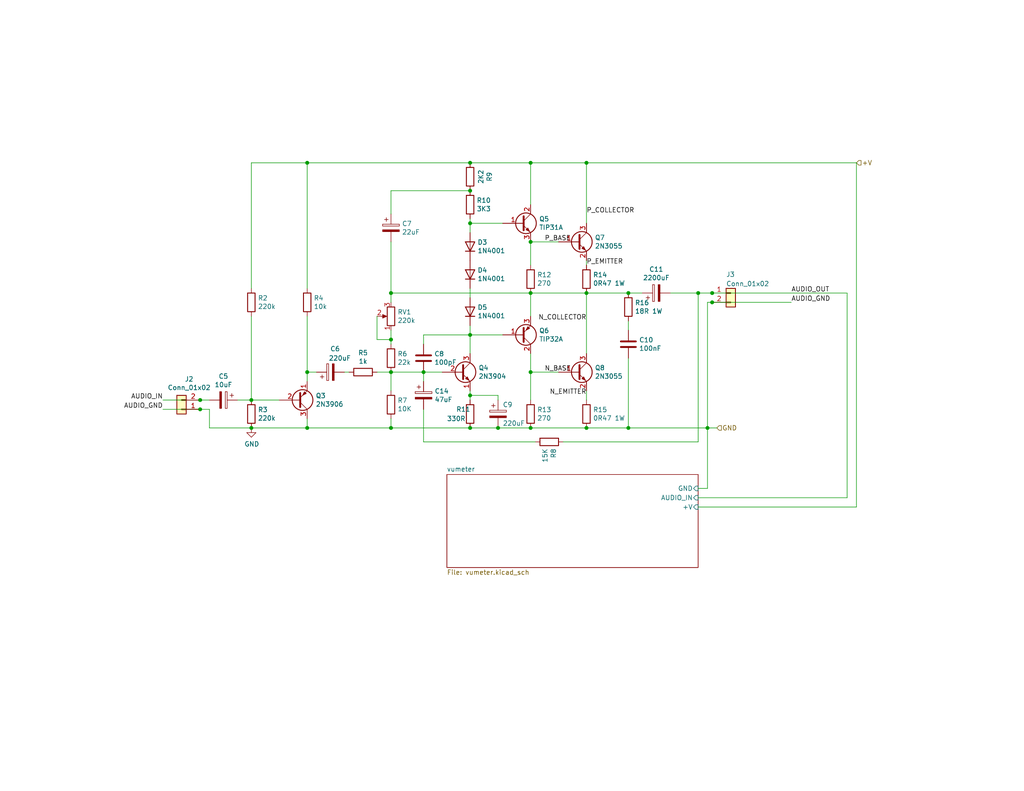
<source format=kicad_sch>
(kicad_sch (version 20230121) (generator eeschema)
  (paper "USLetter")
  (title_block (title "EL CHEAPO") (date "2021-01-05") (rev "0.1") (company "JDC") (comment 1 "Author: John Convertino"))
  (lib_symbols
    (symbol "Connector_Generic:Conn_01x02" (pin_names (offset 1.016) hide)
      (property "Reference" "J" (at 0 2.54 0))
      (property "Value" "Conn_01x02" (at 0 -5.08 0))
      (symbol "Conn_01x02_1_1"
        (rectangle (start -1.27 -2.413) (end 0 -2.667) (stroke (width 0.1524)))
        (rectangle (start -1.27 0.127) (end 0 -0.127) (stroke (width 0.1524)))
        (rectangle (start -1.27 1.27) (end 1.27 -3.81) (stroke (width 0.254)) (fill (type background)))
        (pin passive line (at -5.08 0 0) (length 3.81) (name "Pin_1") (number "1"))
        (pin passive line (at -5.08 -2.54 0) (length 3.81) (name "Pin_2") (number "2"))
      )
    )
    (symbol "Device:C" (pin_numbers hide) (pin_names (offset 0.254))
      (property "Reference" "C" (at 0.635 2.54 0))
      (property "Value" "C" (at 0.635 -2.54 0))
      (symbol "C_0_1"
        (polyline (pts (xy -2.032 -0.762) (xy 2.032 -0.762)) (stroke (width 0.508)))
        (polyline (pts (xy -2.032 0.762) (xy 2.032 0.762)) (stroke (width 0.508)))
      )
      (symbol "C_1_1"
        (pin passive line (at 0 3.81 270) (length 2.794) (name "~") (number "1"))
        (pin passive line (at 0 -3.81 90) (length 2.794) (name "~") (number "2"))
      )
    )
    (symbol "Device:D" (pin_numbers hide) (pin_names (offset 1.016) hide)
      (property "Reference" "D" (at 0 2.54 0))
      (property "Value" "D" (at 0 -2.54 0))
      (symbol "D_0_1"
        (polyline (pts (xy -1.27 1.27) (xy -1.27 -1.27)) (stroke (width 0.254)))
        (polyline (pts (xy 1.27 0) (xy -1.27 0)))
        (polyline (pts (xy 1.27 1.27) (xy 1.27 -1.27) (xy -1.27 0) (xy 1.27 1.27)) (stroke (width 0.254)))
      )
      (symbol "D_1_1"
        (pin passive line (at -3.81 0 0) (length 2.54) (name "K") (number "1"))
        (pin passive line (at 3.81 0 180) (length 2.54) (name "A") (number "2"))
      )
    )
    (symbol "Device:R" (pin_numbers hide) (pin_names (offset 0))
      (property "Reference" "R" (at 2.032 0 90))
      (property "Value" "R" (at 0 0 90))
      (symbol "R_0_1"
        (rectangle (start -1.016 -2.54) (end 1.016 2.54) (stroke (width 0.254)))
      )
      (symbol "R_1_1"
        (pin passive line (at 0 3.81 270) (length 1.27) (name "~") (number "1"))
        (pin passive line (at 0 -3.81 90) (length 1.27) (name "~") (number "2"))
      )
    )
    (symbol "Transistor_BJT:2N3055" (pin_names (offset 0) hide)
      (property "Reference" "Q" (at 5.08 1.905 0))
      (property "Value" "2N3055" (at 5.08 0 0))
      (symbol "2N3055_0_1"
        (polyline (pts (xy 0.635 0.635) (xy 2.54 2.54)))
        (polyline (pts (xy 0.635 -0.635) (xy 2.54 -2.54) (xy 2.54 -2.54)))
        (polyline (pts (xy 0.635 1.905) (xy 0.635 -1.905) (xy 0.635 -1.905)) (stroke (width 0.508)))
        (polyline (pts (xy 1.27 -1.778) (xy 1.778 -1.27) (xy 2.286 -2.286) (xy 1.27 -1.778) (xy 1.27 -1.778)) (fill (type outline)))
        (circle (center 1.27 0) (radius 2.8194) (stroke (width 0.254)))
      )
      (symbol "2N3055_1_1"
        (pin input line (at -5.08 0 0) (length 5.715) (name "B") (number "1"))
        (pin passive line (at 2.54 -5.08 90) (length 2.54) (name "E") (number "2"))
        (pin passive line (at 2.54 5.08 270) (length 2.54) (name "C") (number "3"))
      )
    )
    (symbol "Transistor_BJT:2N3904" (pin_names (offset 0) hide)
      (property "Reference" "Q" (at 5.08 1.905 0))
      (property "Value" "2N3904" (at 5.08 0 0))
      (symbol "2N3904_0_1"
        (polyline (pts (xy 0.635 0.635) (xy 2.54 2.54)))
        (polyline (pts (xy 0.635 -0.635) (xy 2.54 -2.54) (xy 2.54 -2.54)))
        (polyline (pts (xy 0.635 1.905) (xy 0.635 -1.905) (xy 0.635 -1.905)) (stroke (width 0.508)))
        (polyline (pts (xy 1.27 -1.778) (xy 1.778 -1.27) (xy 2.286 -2.286) (xy 1.27 -1.778) (xy 1.27 -1.778)) (fill (type outline)))
        (circle (center 1.27 0) (radius 2.8194) (stroke (width 0.254)))
      )
      (symbol "2N3904_1_1"
        (pin passive line (at 2.54 -5.08 90) (length 2.54) (name "E") (number "1"))
        (pin passive line (at -5.08 0 0) (length 5.715) (name "B") (number "2"))
        (pin passive line (at 2.54 5.08 270) (length 2.54) (name "C") (number "3"))
      )
    )
    (symbol "Transistor_BJT:2N3906" (pin_names (offset 0) hide)
      (property "Reference" "Q" (at 5.08 1.905 0))
      (property "Value" "2N3906" (at 5.08 0 0))
      (symbol "2N3906_0_1"
        (polyline (pts (xy 0.635 0.635) (xy 2.54 2.54)))
        (polyline (pts (xy 0.635 -0.635) (xy 2.54 -2.54) (xy 2.54 -2.54)))
        (polyline (pts (xy 0.635 1.905) (xy 0.635 -1.905) (xy 0.635 -1.905)) (stroke (width 0.508)))
        (polyline (pts (xy 2.286 -1.778) (xy 1.778 -2.286) (xy 1.27 -1.27) (xy 2.286 -1.778) (xy 2.286 -1.778)) (fill (type outline)))
        (circle (center 1.27 0) (radius 2.8194) (stroke (width 0.254)))
      )
      (symbol "2N3906_1_1"
        (pin passive line (at 2.54 -5.08 90) (length 2.54) (name "E") (number "1"))
        (pin input line (at -5.08 0 0) (length 5.715) (name "B") (number "2"))
        (pin passive line (at 2.54 5.08 270) (length 2.54) (name "C") (number "3"))
      )
    )
    (symbol "Transistor_BJT:TIP41C" (pin_names (offset 0) hide)
      (property "Reference" "Q" (at 6.35 1.905 0))
      (property "Value" "TIP41C" (at 6.35 0 0))
      (symbol "TIP41C_0_1"
        (polyline (pts (xy 0.635 0.635) (xy 2.54 2.54)))
        (polyline (pts (xy 0.635 -0.635) (xy 2.54 -2.54) (xy 2.54 -2.54)))
        (polyline (pts (xy 0.635 1.905) (xy 0.635 -1.905) (xy 0.635 -1.905)) (stroke (width 0.508)))
        (polyline (pts (xy 1.27 -1.778) (xy 1.778 -1.27) (xy 2.286 -2.286) (xy 1.27 -1.778) (xy 1.27 -1.778)) (fill (type outline)))
        (circle (center 1.27 0) (radius 2.8194) (stroke (width 0.254)))
      )
      (symbol "TIP41C_1_1"
        (pin input line (at -5.08 0 0) (length 5.715) (name "B") (number "1"))
        (pin passive line (at 2.54 5.08 270) (length 2.54) (name "C") (number "2"))
        (pin passive line (at 2.54 -5.08 90) (length 2.54) (name "E") (number "3"))
      )
    )
    (symbol "Transistor_BJT:TIP42C" (pin_names (offset 0) hide)
      (property "Reference" "Q" (at 6.35 1.905 0))
      (property "Value" "TIP42C" (at 6.35 0 0))
      (symbol "TIP42C_0_1"
        (polyline (pts (xy 0.635 0.635) (xy 2.54 2.54)))
        (polyline (pts (xy 0.635 -0.635) (xy 2.54 -2.54) (xy 2.54 -2.54)))
        (polyline (pts (xy 0.635 1.905) (xy 0.635 -1.905) (xy 0.635 -1.905)) (stroke (width 0.508)))
        (polyline (pts (xy 2.286 -1.778) (xy 1.778 -2.286) (xy 1.27 -1.27) (xy 2.286 -1.778) (xy 2.286 -1.778)) (fill (type outline)))
        (circle (center 1.27 0) (radius 2.8194) (stroke (width 0.254)))
      )
      (symbol "TIP42C_1_1"
        (pin input line (at -5.08 0 0) (length 5.715) (name "B") (number "1"))
        (pin passive line (at 2.54 5.08 270) (length 2.54) (name "C") (number "2"))
        (pin passive line (at 2.54 -5.08 90) (length 2.54) (name "E") (number "3"))
      )
    )
    (symbol "el_cheapo-rescue:CP-Device" (pin_numbers hide) (pin_names (offset 0.254))
      (property "Reference" "C" (at 0.635 2.54 0))
      (property "Value" "Device_CP" (at 0.635 -2.54 0))
      (symbol "CP-Device_0_1"
        (rectangle (start -2.286 0.508) (end 2.286 1.016))
        (polyline (pts (xy -1.778 2.286) (xy -0.762 2.286)))
        (polyline (pts (xy -1.27 2.794) (xy -1.27 1.778)))
        (rectangle (start 2.286 -0.508) (end -2.286 -1.016) (fill (type outline)))
      )
      (symbol "CP-Device_1_1"
        (pin passive line (at 0 3.81 270) (length 2.794) (name "~") (number "1"))
        (pin passive line (at 0 -3.81 90) (length 2.794) (name "~") (number "2"))
      )
    )
    (symbol "el_cheapo-rescue:R_POT-Device" (pin_names (offset 1.016) hide)
      (property "Reference" "RV" (at -4.445 0 90))
      (property "Value" "Device_R_POT" (at -2.54 0 90))
      (symbol "R_POT-Device_0_1"
        (polyline (pts (xy 2.54 0) (xy 1.524 0)))
        (polyline (pts (xy 1.143 0) (xy 2.286 0.508) (xy 2.286 -0.508) (xy 1.143 0)) (fill (type outline)))
        (rectangle (start 1.016 2.54) (end -1.016 -2.54) (stroke (width 0.254)))
      )
      (symbol "R_POT-Device_1_1"
        (pin passive line (at 0 3.81 270) (length 1.27) (name "1") (number "1"))
        (pin passive line (at 3.81 0 180) (length 1.27) (name "2") (number "2"))
        (pin passive line (at 0 -3.81 90) (length 1.27) (name "3") (number "3"))
      )
    )
    (symbol "power:GND" (power) (pin_names (offset 0))
      (property "Value" "GND" (at 0 -3.81 0))
      (symbol "GND_0_1"
        (polyline (pts (xy 0 0) (xy 0 -1.27) (xy 1.27 -1.27) (xy 0 -2.54) (xy -1.27 -1.27) (xy 0 -1.27)))
      )
      (symbol "GND_1_1"
        (pin power_in line (at 0 0 270) (length 0) hide (name "GND") (number "1"))
      )
    )
  )
  (junction (at 171.45 116.84))
  (junction (at 128.27 52.07))
  (junction (at 135.89 116.84))
  (junction (at 106.68 80.01))
  (junction (at 144.78 66.04))
  (junction (at 171.45 80.01))
  (junction (at 144.78 101.6))
  (junction (at 194.31 82.55))
  (junction (at 194.31 80.01))
  (junction (at 160.02 116.84))
  (junction (at 83.82 44.45))
  (junction (at 144.78 44.45))
  (junction (at 193.04 116.84))
  (junction (at 128.27 116.84))
  (junction (at 83.82 101.6))
  (junction (at 144.78 116.84))
  (junction (at 128.27 107.95))
  (junction (at 83.82 116.84))
  (junction (at 160.02 80.01))
  (junction (at 68.58 109.22))
  (junction (at 128.27 44.45))
  (junction (at 190.5 80.01))
  (junction (at 144.78 80.01))
  (junction (at 115.57 101.6))
  (junction (at 54.61 111.76))
  (junction (at 106.68 92.71))
  (junction (at 128.27 91.44))
  (junction (at 68.58 116.84))
  (junction (at 160.02 44.45))
  (junction (at 54.61 109.22))
  (junction (at 106.68 101.6))
  (junction (at 128.27 60.96))
  (junction (at 106.68 116.84))
  (wire (pts (xy 171.45 116.84) (xy 193.04 116.84)))
  (wire (pts (xy 57.15 116.84) (xy 57.15 111.76)))
  (wire (pts (xy 115.57 93.98) (xy 115.57 91.44)))
  (wire (pts (xy 106.68 66.04) (xy 106.68 80.01)))
  (wire (pts (xy 106.68 92.71) (xy 106.68 90.17)))
  (wire (pts (xy 83.82 116.84) (xy 106.68 116.84)))
  (wire (pts (xy 171.45 97.79) (xy 171.45 116.84)))
  (wire (pts (xy 83.82 44.45) (xy 83.82 78.74)))
  (wire (pts (xy 128.27 63.5) (xy 128.27 60.96)))
  (wire (pts (xy 106.68 114.3) (xy 106.68 116.84)))
  (wire (pts (xy 83.82 44.45) (xy 128.27 44.45)))
  (wire (pts (xy 194.31 80.01) (xy 231.14 80.01)))
  (wire (pts (xy 106.68 52.07) (xy 128.27 52.07)))
  (wire (pts (xy 128.27 91.44) (xy 137.16 91.44)))
  (wire (pts (xy 68.58 44.45) (xy 68.58 78.74)))
  (wire (pts (xy 175.26 80.01) (xy 171.45 80.01)))
  (wire (pts (xy 144.78 86.36) (xy 144.78 80.01)))
  (wire (pts (xy 231.14 135.89) (xy 231.14 80.01)))
  (wire (pts (xy 83.82 101.6) (xy 86.36 101.6)))
  (wire (pts (xy 160.02 72.39) (xy 160.02 71.12)))
  (wire (pts (xy 102.87 86.36) (xy 102.87 92.71)))
  (wire (pts (xy 233.68 138.43) (xy 190.5 138.43)))
  (wire (pts (xy 106.68 58.42) (xy 106.68 52.07)))
  (wire (pts (xy 68.58 86.36) (xy 68.58 109.22)))
  (wire (pts (xy 160.02 44.45) (xy 160.02 60.96)))
  (wire (pts (xy 106.68 101.6) (xy 115.57 101.6)))
  (wire (pts (xy 233.68 44.45) (xy 233.68 138.43)))
  (wire (pts (xy 106.68 106.68) (xy 106.68 101.6)))
  (wire (pts (xy 128.27 109.22) (xy 128.27 107.95)))
  (wire (pts (xy 190.5 80.01) (xy 194.31 80.01)))
  (wire (pts (xy 160.02 80.01) (xy 144.78 80.01)))
  (wire (pts (xy 137.16 60.96) (xy 128.27 60.96)))
  (wire (pts (xy 68.58 116.84) (xy 57.15 116.84)))
  (wire (pts (xy 83.82 104.14) (xy 83.82 101.6)))
  (wire (pts (xy 190.5 135.89) (xy 231.14 135.89)))
  (wire (pts (xy 182.88 80.01) (xy 190.5 80.01)))
  (wire (pts (xy 190.5 120.65) (xy 153.67 120.65)))
  (wire (pts (xy 54.61 109.22) (xy 57.15 109.22)))
  (wire (pts (xy 57.15 111.76) (xy 54.61 111.76)))
  (wire (pts (xy 120.65 101.6) (xy 115.57 101.6)))
  (wire (pts (xy 144.78 109.22) (xy 144.78 101.6)))
  (wire (pts (xy 83.82 86.36) (xy 83.82 101.6)))
  (wire (pts (xy 193.04 116.84) (xy 193.04 133.35)))
  (wire (pts (xy 68.58 109.22) (xy 64.77 109.22)))
  (wire (pts (xy 160.02 44.45) (xy 233.68 44.45)))
  (wire (pts (xy 144.78 116.84) (xy 160.02 116.84)))
  (wire (pts (xy 215.9 82.55) (xy 194.31 82.55)))
  (wire (pts (xy 83.82 114.3) (xy 83.82 116.84)))
  (wire (pts (xy 193.04 82.55) (xy 193.04 116.84)))
  (wire (pts (xy 160.02 96.52) (xy 160.02 80.01)))
  (wire (pts (xy 193.04 133.35) (xy 190.5 133.35)))
  (wire (pts (xy 152.4 66.04) (xy 144.78 66.04)))
  (wire (pts (xy 128.27 116.84) (xy 135.89 116.84)))
  (wire (pts (xy 76.2 109.22) (xy 68.58 109.22)))
  (wire (pts (xy 194.31 82.55) (xy 193.04 82.55)))
  (wire (pts (xy 128.27 96.52) (xy 128.27 91.44)))
  (wire (pts (xy 144.78 66.04) (xy 144.78 72.39)))
  (wire (pts (xy 160.02 80.01) (xy 171.45 80.01)))
  (wire (pts (xy 135.89 109.22) (xy 135.89 107.95)))
  (wire (pts (xy 68.58 44.45) (xy 83.82 44.45)))
  (wire (pts (xy 102.87 92.71) (xy 106.68 92.71)))
  (wire (pts (xy 146.05 120.65) (xy 115.57 120.65)))
  (wire (pts (xy 115.57 91.44) (xy 128.27 91.44)))
  (wire (pts (xy 135.89 116.84) (xy 144.78 116.84)))
  (wire (pts (xy 171.45 87.63) (xy 171.45 90.17)))
  (wire (pts (xy 68.58 116.84) (xy 83.82 116.84)))
  (wire (pts (xy 106.68 80.01) (xy 106.68 82.55)))
  (wire (pts (xy 144.78 44.45) (xy 144.78 55.88)))
  (wire (pts (xy 144.78 96.52) (xy 144.78 101.6)))
  (wire (pts (xy 128.27 59.69) (xy 128.27 60.96)))
  (wire (pts (xy 144.78 80.01) (xy 106.68 80.01)))
  (wire (pts (xy 44.45 109.22) (xy 54.61 109.22)))
  (wire (pts (xy 190.5 80.01) (xy 190.5 120.65)))
  (wire (pts (xy 128.27 88.9) (xy 128.27 91.44)))
  (wire (pts (xy 115.57 111.76) (xy 115.57 120.65)))
  (wire (pts (xy 152.4 101.6) (xy 144.78 101.6)))
  (wire (pts (xy 160.02 116.84) (xy 171.45 116.84)))
  (wire (pts (xy 95.25 101.6) (xy 93.98 101.6)))
  (wire (pts (xy 160.02 109.22) (xy 160.02 106.68)))
  (wire (pts (xy 115.57 104.14) (xy 115.57 101.6)))
  (wire (pts (xy 128.27 81.28) (xy 128.27 78.74)))
  (wire (pts (xy 128.27 107.95) (xy 128.27 106.68)))
  (wire (pts (xy 135.89 107.95) (xy 128.27 107.95)))
  (wire (pts (xy 106.68 93.98) (xy 106.68 92.71)))
  (wire (pts (xy 193.04 116.84) (xy 195.58 116.84)))
  (wire (pts (xy 54.61 111.76) (xy 44.45 111.76)))
  (wire (pts (xy 128.27 44.45) (xy 144.78 44.45)))
  (wire (pts (xy 102.87 101.6) (xy 106.68 101.6)))
  (wire (pts (xy 144.78 44.45) (xy 160.02 44.45)))
  (wire (pts (xy 106.68 116.84) (xy 128.27 116.84)))
  (label "P_EMITTER" (at 160.02 72.39 0))
  (label "AUDIO_OUT" (at 215.9 80.01 0))
  (label "P_COLLECTOR" (at 160.02 58.42 0))
  (label "N_COLLECTOR" (at 160.02 87.63 180))
  (label "AUDIO_GND" (at 215.9 82.55 0))
  (label "P_BASE" (at 148.59 66.04 0))
  (label "AUDIO_GND" (at 44.45 111.76 180))
  (label "N_BASE" (at 148.59 101.6 0))
  (label "N_EMITTER" (at 160.02 107.95 180))
  (label "AUDIO_IN" (at 44.45 109.22 180))
  (hierarchical_label "GND" (shape input) (at 195.58 116.84 0))
  (hierarchical_label "+V" (shape input) (at 233.68 44.45 0))
  (symbol (lib_id "Transistor_BJT:2N3055") (at 157.48 101.6 0) (unit 1)
    (property "Reference" "Q8" (at 162.306 100.4316 0) (effects (justify left)))
    (property "Value" "2N3055" (at 162.306 102.743 0) (effects (justify left)))
    (property "Footprint" "Connector_Molex:Molex_KK-396_A-41791-0003_1x03_P3.96mm_Vertical" (effects hide))
    (property "Datasheet" "http://www.onsemi.com/pub_link/Collateral/2N3055-D.PDF" (effects hide))
  )
  (symbol (lib_id "Transistor_BJT:2N3055") (at 157.48 66.04 0) (unit 1)
    (property "Reference" "Q7" (at 162.306 64.8716 0) (effects (justify left)))
    (property "Value" "2N3055" (at 162.306 67.183 0) (effects (justify left)))
    (property "Footprint" "Connector_Molex:Molex_KK-396_A-41791-0003_1x03_P3.96mm_Vertical" (effects hide))
    (property "Datasheet" "http://www.onsemi.com/pub_link/Collateral/2N3055-D.PDF" (effects hide))
  )
  (symbol (lib_id "Transistor_BJT:2N3906") (at 81.28 109.22 0) (mirror x) (unit 1)
    (property "Reference" "Q3" (at 86.1314 108.0516 0) (effects (justify left)))
    (property "Value" "2N3906" (at 86.1314 110.363 0) (effects (justify left)))
    (property "Footprint" "Package_TO_SOT_THT:TO-92_Wide" (effects hide))
  )
  (symbol (lib_id "Device:R") (at 83.82 82.55 0) (unit 1)
    (property "Reference" "R4" (at 85.598 81.3816 0) (effects (justify left)))
    (property "Value" "10k" (at 85.598 83.693 0) (effects (justify left)))
    (property "Footprint" "Resistor_THT:R_Axial_DIN0207_L6.3mm_D2.5mm_P10.16mm_Horizontal" (effects hide))
  )
  (symbol (lib_id "Device:R") (at 68.58 113.03 0) (unit 1)
    (property "Reference" "R3" (at 70.358 111.8616 0) (effects (justify left)))
    (property "Value" "220k" (at 70.358 114.173 0) (effects (justify left)))
    (property "Footprint" "Resistor_THT:R_Axial_DIN0207_L6.3mm_D2.5mm_P10.16mm_Horizontal" (effects hide))
  )
  (symbol (lib_id "Device:R") (at 68.58 82.55 0) (unit 1)
    (property "Reference" "R2" (at 70.358 81.3816 0) (effects (justify left)))
    (property "Value" "220k" (at 70.358 83.693 0) (effects (justify left)))
    (property "Footprint" "Resistor_THT:R_Axial_DIN0207_L6.3mm_D2.5mm_P10.16mm_Horizontal" (effects hide))
  )
  (symbol (lib_id "Device:R") (at 171.45 83.82 0) (unit 1)
    (property "Reference" "R16" (at 173.228 82.6516 0) (effects (justify left)))
    (property "Value" "18R 1W" (at 173.228 84.963 0) (effects (justify left)))
    (property "Footprint" "Resistor_THT:R_Axial_DIN0414_L11.9mm_D4.5mm_P15.24mm_Horizontal" (effects hide))
  )
  (symbol (lib_id "Device:R") (at 99.06 101.6 270) (unit 1)
    (property "Reference" "R5" (at 99.06 96.3422 90))
    (property "Value" "1k" (at 99.06 98.6536 90))
    (property "Footprint" "Resistor_THT:R_Axial_DIN0207_L6.3mm_D2.5mm_P10.16mm_Horizontal" (effects hide))
  )
  (symbol (lib_id "Device:R") (at 106.68 97.79 0) (unit 1)
    (property "Reference" "R6" (at 108.458 96.6216 0) (effects (justify left)))
    (property "Value" "22k" (at 108.458 98.933 0) (effects (justify left)))
    (property "Footprint" "Resistor_THT:R_Axial_DIN0207_L6.3mm_D2.5mm_P10.16mm_Horizontal" (effects hide))
  )
  (symbol (lib_id "Device:R") (at 128.27 48.26 180) (unit 1)
    (property "Reference" "R9" (at 133.5278 48.26 90))
    (property "Value" "2K2" (at 131.2164 48.26 90))
    (property "Footprint" "Resistor_THT:R_Axial_DIN0207_L6.3mm_D2.5mm_P10.16mm_Horizontal" (effects hide))
  )
  (symbol (lib_id "Device:R") (at 106.68 110.49 0) (unit 1)
    (property "Reference" "R7" (at 108.458 109.3216 0) (effects (justify left)))
    (property "Value" "10K" (at 108.458 111.633 0) (effects (justify left)))
    (property "Footprint" "Resistor_THT:R_Axial_DIN0207_L6.3mm_D2.5mm_P10.16mm_Horizontal" (effects hide))
  )
  (symbol (lib_id "Device:R") (at 149.86 120.65 270) (unit 1)
    (property "Reference" "R8" (at 151.0284 122.428 0) (effects (justify left)))
    (property "Value" "15K" (at 148.717 122.428 0) (effects (justify left)))
    (property "Footprint" "Resistor_THT:R_Axial_DIN0207_L6.3mm_D2.5mm_P10.16mm_Horizontal" (effects hide))
  )
  (symbol (lib_id "Device:R") (at 128.27 113.03 0) (unit 1)
    (property "Reference" "R11" (at 124.46 111.76 0) (effects (justify left)))
    (property "Value" "330R" (at 121.92 114.3 0) (effects (justify left)))
    (property "Footprint" "Resistor_THT:R_Axial_DIN0207_L6.3mm_D2.5mm_P10.16mm_Horizontal" (effects hide))
  )
  (symbol (lib_id "Device:R") (at 144.78 113.03 0) (unit 1)
    (property "Reference" "R13" (at 146.558 111.8616 0) (effects (justify left)))
    (property "Value" "270" (at 146.558 114.173 0) (effects (justify left)))
    (property "Footprint" "Resistor_THT:R_Axial_DIN0207_L6.3mm_D2.5mm_P10.16mm_Horizontal" (effects hide))
  )
  (symbol (lib_id "Device:R") (at 160.02 113.03 0) (unit 1)
    (property "Reference" "R15" (at 161.798 111.8616 0) (effects (justify left)))
    (property "Value" "0R47 1W" (at 161.798 114.173 0) (effects (justify left)))
    (property "Footprint" "Resistor_THT:R_Axial_Power_L25.0mm_W9.0mm_P27.94mm" (effects hide))
  )
  (symbol (lib_id "Device:R") (at 160.02 76.2 0) (unit 1)
    (property "Reference" "R14" (at 161.798 75.0316 0) (effects (justify left)))
    (property "Value" "0R47 1W" (at 161.798 77.343 0) (effects (justify left)))
    (property "Footprint" "Resistor_THT:R_Axial_Power_L25.0mm_W9.0mm_P27.94mm" (effects hide))
  )
  (symbol (lib_id "Device:R") (at 144.78 76.2 0) (unit 1)
    (property "Reference" "R12" (at 146.558 75.0316 0) (effects (justify left)))
    (property "Value" "270" (at 146.558 77.343 0) (effects (justify left)))
    (property "Footprint" "Resistor_THT:R_Axial_DIN0207_L6.3mm_D2.5mm_P10.16mm_Horizontal" (effects hide))
  )
  (symbol (lib_id "Device:R") (at 128.27 55.88 0) (unit 1)
    (property "Reference" "R10" (at 130.048 54.7116 0) (effects (justify left)))
    (property "Value" "3K3" (at 130.048 57.023 0) (effects (justify left)))
    (property "Footprint" "Resistor_THT:R_Axial_DIN0207_L6.3mm_D2.5mm_P10.16mm_Horizontal" (effects hide))
  )
  (symbol (lib_id "Device:D") (at 128.27 67.31 90) (unit 1)
    (property "Reference" "D3" (at 130.2766 66.1416 90) (effects (justify right)))
    (property "Value" "1N4001" (at 130.2766 68.453 90) (effects (justify right)))
    (property "Footprint" "Diode_THT:D_DO-41_SOD81_P10.16mm_Horizontal" (effects hide))
  )
  (symbol (lib_id "Device:D") (at 128.27 74.93 90) (unit 1)
    (property "Reference" "D4" (at 130.2766 73.7616 90) (effects (justify right)))
    (property "Value" "1N4001" (at 130.2766 76.073 90) (effects (justify right)))
    (property "Footprint" "Diode_THT:D_DO-41_SOD81_P10.16mm_Horizontal" (effects hide))
  )
  (symbol (lib_id "Device:D") (at 128.27 85.09 90) (unit 1)
    (property "Reference" "D5" (at 130.2766 83.9216 90) (effects (justify right)))
    (property "Value" "1N4001" (at 130.2766 86.233 90) (effects (justify right)))
    (property "Footprint" "Diode_THT:D_DO-41_SOD81_P10.16mm_Horizontal" (effects hide))
  )
  (symbol (lib_id "Device:C") (at 171.45 93.98 0) (unit 1)
    (property "Reference" "C10" (at 174.371 92.8116 0) (effects (justify left)))
    (property "Value" "100nF" (at 174.371 95.123 0) (effects (justify left)))
    (property "Footprint" "Capacitor_THT:C_Rect_L7.0mm_W6.0mm_P5.00mm" (effects hide))
  )
  (symbol (lib_id "Device:C") (at 115.57 97.79 0) (unit 1)
    (property "Reference" "C8" (at 118.491 96.6216 0) (effects (justify left)))
    (property "Value" "100pF" (at 118.491 98.933 0) (effects (justify left)))
    (property "Footprint" "Capacitor_THT:C_Rect_L7.0mm_W4.5mm_P5.00mm" (effects hide))
  )
  (symbol (lib_id "el_cheapo-rescue:CP-Device") (at 179.07 80.01 90) (unit 1)
    (property "Reference" "C11" (at 179.07 73.533 90))
    (property "Value" "2200uF" (at 179.07 75.8444 90))
    (property "Footprint" "Capacitor_THT:CP_Radial_D18.0mm_P7.50mm" (effects hide))
  )
  (symbol (lib_id "el_cheapo-rescue:CP-Device") (at 90.17 101.6 90) (unit 1)
    (property "Reference" "C6" (at 91.44 95.25 90))
    (property "Value" "220uF" (at 92.71 97.79 90))
    (property "Footprint" "Capacitor_THT:CP_Radial_D10.0mm_P5.00mm" (effects hide))
  )
  (symbol (lib_id "el_cheapo-rescue:CP-Device") (at 60.96 109.22 270) (unit 1)
    (property "Reference" "C5" (at 60.96 102.743 90))
    (property "Value" "10uF" (at 60.96 105.0544 90))
    (property "Footprint" "Capacitor_THT:CP_Radial_D5.0mm_P2.00mm" (effects hide))
  )
  (symbol (lib_id "el_cheapo-rescue:CP-Device") (at 106.68 62.23 0) (unit 1)
    (property "Reference" "C7" (at 109.6772 61.0616 0) (effects (justify left)))
    (property "Value" "22uF" (at 109.6772 63.373 0) (effects (justify left)))
    (property "Footprint" "Capacitor_THT:CP_Radial_D5.0mm_P2.00mm" (effects hide))
  )
  (symbol (lib_id "el_cheapo-rescue:R_POT-Device") (at 106.68 86.36 180) (unit 1)
    (property "Reference" "RV1" (at 108.458 85.1916 0) (effects (justify right)))
    (property "Value" "220k" (at 108.458 87.503 0) (effects (justify right)))
    (property "Footprint" "Potentiometer_THT:Potentiometer_Piher_PT-6-V_Vertical" (effects hide))
  )
  (symbol (lib_id "el_cheapo-rescue:CP-Device") (at 135.89 113.03 0) (unit 1)
    (property "Reference" "C9" (at 137.16 110.49 0) (effects (justify left)))
    (property "Value" "220uF" (at 137.16 115.57 0) (effects (justify left)))
    (property "Footprint" "Capacitor_THT:CP_Radial_D10.0mm_P5.00mm" (effects hide))
  )
  (symbol (lib_id "Connector_Generic:Conn_01x02") (at 49.53 111.76 180) (unit 1)
    (property "Reference" "J2" (at 51.6128 103.505 0))
    (property "Value" "Conn_01x02" (at 51.6128 105.8164 0))
    (property "Footprint" "Connector_PinHeader_2.54mm:PinHeader_1x02_P2.54mm_Vertical" (effects hide))
  )
  (symbol (lib_id "power:GND") (at 68.58 116.84 0) (unit 1)
    (property "Reference" "#PWR08" (effects hide))
    (property "Value" "GND" (at 68.707 121.2342 0))
  )
  (symbol (lib_id "Connector_Generic:Conn_01x02") (at 199.39 80.01 0) (unit 1)
    (property "Reference" "J3" (at 198.12 74.93 0) (effects (justify left)))
    (property "Value" "Conn_01x02" (at 198.12 77.47 0) (effects (justify left)))
    (property "Footprint" "Connector_Molex:Molex_KK-396_A-41791-0002_1x02_P3.96mm_Vertical" (effects hide))
  )
  (symbol (lib_id "Transistor_BJT:TIP41C") (at 142.24 60.96 0) (unit 1)
    (property "Reference" "Q5" (at 147.0914 59.7916 0) (effects (justify left)))
    (property "Value" "TIP31A" (at 147.0914 62.103 0) (effects (justify left)))
    (property "Footprint" "Package_TO_SOT_THT:TO-220-3_Vertical" (effects hide))
    (property "Datasheet" "https://www.centralsemi.com/get_document.php?cmp=1&mergetype=pd&mergepath=pd&pdf_id=tip41.PDF" (effects hide))
  )
  (symbol (lib_id "Transistor_BJT:TIP42C") (at 142.24 91.44 0) (mirror x) (unit 1)
    (property "Reference" "Q6" (at 147.0914 90.2716 0) (effects (justify left)))
    (property "Value" "TIP32A" (at 147.0914 92.583 0) (effects (justify left)))
    (property "Footprint" "Package_TO_SOT_THT:TO-220-3_Vertical" (effects hide))
    (property "Datasheet" "https://www.centralsemi.com/get_document.php?cmp=1&mergetype=pd&mergepath=pd&pdf_id=TIP42.PDF" (effects hide))
  )
  (symbol (lib_id "Transistor_BJT:2N3904") (at 125.73 101.6 0) (unit 1)
    (property "Reference" "Q4" (at 130.556 100.4316 0) (effects (justify left)))
    (property "Value" "2N3904" (at 130.556 102.743 0) (effects (justify left)))
    (property "Footprint" "Package_TO_SOT_THT:TO-92_Wide" (effects hide))
    (property "Datasheet" "https://www.fairchildsemi.com/datasheets/2N/2N3904.pdf" (effects hide))
  )
  (symbol (lib_id "el_cheapo-rescue:CP-Device") (at 115.57 107.95 0) (unit 1)
    (property "Reference" "C14" (at 118.5672 106.7816 0) (effects (justify left)))
    (property "Value" "47uF" (at 118.5672 109.093 0) (effects (justify left)))
    (property "Footprint" "Capacitor_THT:CP_Radial_D5.0mm_P2.00mm" (effects hide))
  )
  (sheet (at 121.92 129.54) (size 68.58 25.4)
    (property "Sheetname" "vumeter" (at 121.92 128.8284 0) (effects (justify left bottom)))
    (property "Sheetfile" "vumeter.kicad_sch" (at 121.92 155.5246 0) (effects (justify left top)))
    (pin "AUDIO_IN" input (at 190.5 135.89 0))
    (pin "GND" input (at 190.5 133.35 0))
    (pin "+V" input (at 190.5 138.43 0))
  )
)
</source>
